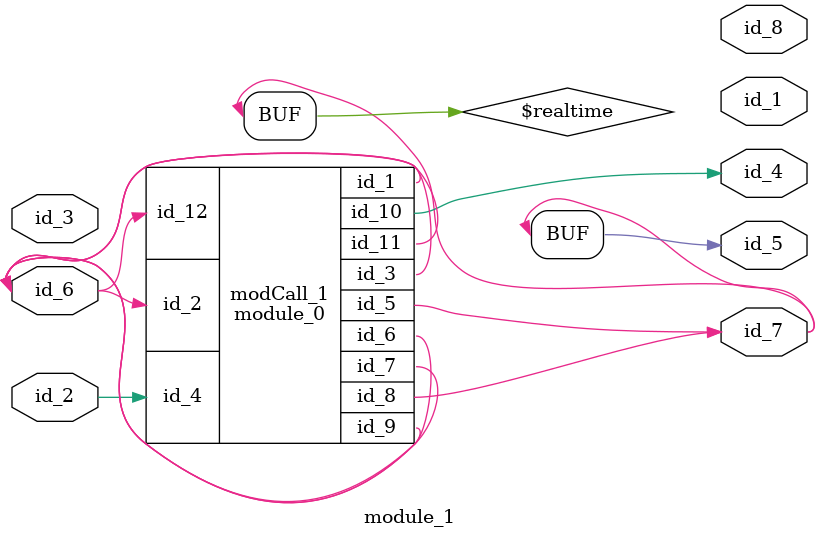
<source format=v>
module module_0 (
    id_1,
    id_2,
    id_3,
    id_4,
    id_5,
    id_6,
    id_7,
    id_8,
    id_9,
    id_10,
    id_11,
    id_12
);
  input wire id_12;
  inout wire id_11;
  output wire id_10;
  inout wire id_9;
  output wire id_8;
  inout wire id_7;
  inout wire id_6;
  output wire id_5;
  input wire id_4;
  output wire id_3;
  input wire id_2;
  inout wire id_1;
  wire id_13;
endmodule
module module_1 (
    id_1,
    id_2,
    id_3,
    id_4,
    id_5,
    id_6,
    id_7,
    id_8
);
  output wire id_8;
  output wire id_7;
  inout wire id_6;
  output wire id_5;
  output wire id_4;
  input wire id_3;
  input wire id_2;
  output wire id_1;
  always @(id_2 or $realtime) begin : LABEL_0
    id_5 = $realtime;
  end
  module_0 modCall_1 (
      id_6,
      id_6,
      id_6,
      id_2,
      id_7,
      id_6,
      id_6,
      id_7,
      id_6,
      id_4,
      id_6,
      id_6
  );
  assign id_7 = $realtime;
  wire id_9;
endmodule

</source>
